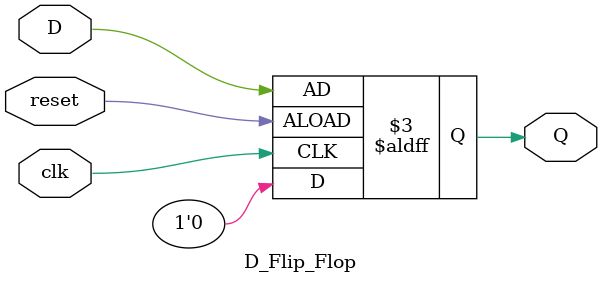
<source format=v>
`timescale 1ns/1ps

module D_Flip_Flop(clk, reset, D, Q);

    input clk, reset, D;
    output Q;

    always @(posedge clk or posedge reset)
    if (reset != 0)
        Q <= D;
    else
        Q <= 0;

endmodule
</source>
